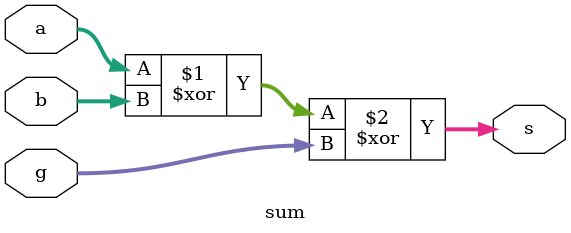
<source format=sv>
`timescale 1ns / 1ps


module Prefix_adder(    input logic [31:0] a, b,
    input logic cin,
    output logic [31:0] s,
    output logic cout
);

    logic [30:0] p, g;
    logic [15:0] p1, p2, p3, p4, p5;
    logic [15:0] g1, g2, g3, g4, g5;

    pandg row0(a, b, p, g);

    blackbox row1(
        {p[30], p[28], p[26], p[24], p[22], p[20], p[18], p[16], p[14], p[12], p[10], p[8], p[6], p[4], p[2], p[0]},
        {p[29], p[27], p[25], p[23], p[21], p[19], p[17], p[15], p[13], p[11], p[9], p[7], p[5], p[3], p[1], 1'b0},
        {g[30], g[28], g[26], g[24], g[22], g[20], g[18], g[16], g[14], g[12], g[10], g[8], g[6], g[4], g[2], g[0]},
        {g[29], g[27], g[25], g[23], g[21], g[19], g[17], g[15], g[13], g[11], g[9], g[7], g[5], g[3], g[1], cin},
        p1, g1
    );

    blackbox row2(
        {p1[15], p[29], p1[13], p[25], p1[11], p[21], p1[9], p[17], p1[7], p[13], p1[5], p[9], p1[3], p[5], p1[1], p[1]},
        {{2{p1[14]}}, {2{p1[12]}}, {2{p1[10]}}, {2{p1[8]}}, {2{p1[6]}}, {2{p1[4]}}, {2{p1[2]}}, {2{p1[0]}}},
        {g1[15], g[29], g1[13], g[25], g1[11], g[21], g1[9], g[17], g1[7], g[13], g1[5], g[9], g1[3], g[5], g1[1], g[1]},
        {{2{g1[14]}}, {2{g1[12]}}, {2{g1[10]}}, {2{g1[8]}}, {2{g1[6]}}, {2{g1[4]}}, {2{g1[2]}}, {2{g1[0]}}},
        p2, g2
    );

    blackbox row3(
        {p2[15], p2[14], p1[14], p[27], p2[11], p2[10], p1[10], p[19], p2[7], p2[6], p1[6], p[11], p2[3], p2[2], p1[2], p[3]},
        {{4{p2[13]}}, {4{p2[9]}}, {4{p2[5]}}, {4{p2[1]}}},
        {g2[15], g2[14], g1[14], g[27], g2[11], g2[10], g1[10], g[19], g2[7], g2[6], g1[6], g[11], g2[3], g2[2], g1[2], g[3]},
        {{4{g2[13]}}, {4{g2[9]}}, {4{g2[5]}}, {4{g2[1]}}},
        p3, g3
    );

    blackbox row4(
        {p3[15:12], p2[13:12], p1[12], p[23], p3[7:4], p2[5:4], p1[4], p[7]},
        {{8{p3[11]}}, {8{p3[3]}}},
        {g3[15:12], g2[13:12], g1[12], g[23], g3[7:4], g2[5:4], g1[4], g[7]},
        {{8{g3[11]}}, {8{g3[3]}}},
        p4, g4
    );

    blackbox row5(
        {p4[15:8], p3[11:8], p2[9:8], p1[8], p[15]},
        {{16{p4[7]}}},
        {g4[15:8], g3[11:8], g2[9:8], g1[8], g[15]},
        {{16{g4[7]}}},
        p5, g5
    );

    sum row6({g5, g4[7:0], g3[3:0], g2[1:0], g1[0], cin}, a, b, s);

    assign cout = (a[31] & b[31]) | (g5[15] & (a[31] | b[31]));

endmodule

module pandg(
    input logic [30:0] a, b,
    output logic [30:0] p, g
);
    assign p = a | b;
    assign g = a & b;
endmodule

module blackbox(
    input logic [15:0] pleft, pright, gleft, gright,
    output logic [15:0] pnext, gnext
);
    assign pnext = pleft & pright;
    assign gnext = pleft & gright | gleft;
endmodule

module sum(
    input logic [31:0] g, a, b,
    output logic [31:0] s
);
    assign s = a ^ b ^ g;
endmodule

    
</source>
